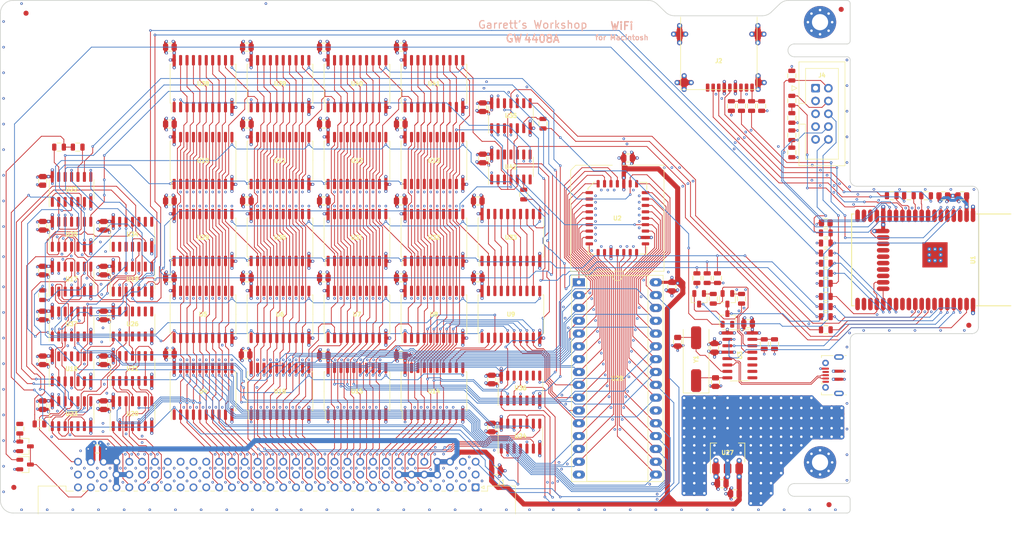
<source format=kicad_pcb>
(kicad_pcb (version 20211014) (generator pcbnew)

  (general
    (thickness 1.6)
  )

  (paper "A4")
  (layers
    (0 "F.Cu" signal)
    (1 "In1.Cu" power)
    (2 "In2.Cu" power)
    (31 "B.Cu" signal)
    (32 "B.Adhes" user "B.Adhesive")
    (33 "F.Adhes" user "F.Adhesive")
    (34 "B.Paste" user)
    (35 "F.Paste" user)
    (36 "B.SilkS" user "B.Silkscreen")
    (37 "F.SilkS" user "F.Silkscreen")
    (38 "B.Mask" user)
    (39 "F.Mask" user)
    (40 "Dwgs.User" user "User.Drawings")
    (41 "Cmts.User" user "User.Comments")
    (42 "Eco1.User" user "User.Eco1")
    (43 "Eco2.User" user "User.Eco2")
    (44 "Edge.Cuts" user)
    (45 "Margin" user)
    (46 "B.CrtYd" user "B.Courtyard")
    (47 "F.CrtYd" user "F.Courtyard")
    (48 "B.Fab" user)
    (49 "F.Fab" user)
  )

  (setup
    (pad_to_mask_clearance 0)
    (pcbplotparams
      (layerselection 0x00010fc_ffffffff)
      (disableapertmacros false)
      (usegerberextensions true)
      (usegerberattributes false)
      (usegerberadvancedattributes false)
      (creategerberjobfile false)
      (svguseinch false)
      (svgprecision 6)
      (excludeedgelayer true)
      (plotframeref false)
      (viasonmask false)
      (mode 1)
      (useauxorigin false)
      (hpglpennumber 1)
      (hpglpenspeed 20)
      (hpglpendiameter 15.000000)
      (dxfpolygonmode true)
      (dxfimperialunits true)
      (dxfusepcbnewfont true)
      (psnegative false)
      (psa4output false)
      (plotreference true)
      (plotvalue true)
      (plotinvisibletext false)
      (sketchpadsonfab false)
      (subtractmaskfromsilk true)
      (outputformat 1)
      (mirror false)
      (drillshape 0)
      (scaleselection 1)
      (outputdirectory "gerber/")
    )
  )

  (net 0 "")
  (net 1 "Net-(C1-Pad1)")
  (net 2 "GND")
  (net 3 "Net-(C2-Pad1)")
  (net 4 "unconnected-(J1-PadA1)")
  (net 5 "/MISOr")
  (net 6 "Net-(J2-Pad5)")
  (net 7 "+3V3")
  (net 8 "Net-(J2-Pad3)")
  (net 9 "Net-(J2-Pad2)")
  (net 10 "unconnected-(J1-PadA2)")
  (net 11 "/DETr")
  (net 12 "unconnected-(J1-PadA3)")
  (net 13 "unconnected-(J1-PadA4)")
  (net 14 "/ESP32/~{TRST}")
  (net 15 "/ESP32/TMS")
  (net 16 "Net-(J4-Pad4)")
  (net 17 "/ESP32/TDO")
  (net 18 "/ESP32/TDI")
  (net 19 "/ESP32/~{SRST}")
  (net 20 "Net-(Q1-Pad1)")
  (net 21 "/ESP32/RTS")
  (net 22 "/ESP32/EN")
  (net 23 "/ESP32/IO0")
  (net 24 "/ESP32/DTR")
  (net 25 "Net-(Q2-Pad1)")
  (net 26 "/MOSI")
  (net 27 "/S~{CS}")
  (net 28 "/SCK")
  (net 29 "/MISO")
  (net 30 "/DET")
  (net 31 "/BusControl/~{CLK}")
  (net 32 "/AddrLatch/~{AD}23")
  (net 33 "/BusControl/BDIR")
  (net 34 "/BusControl/ACK-2")
  (net 35 "/AddrLatch/ACLK")
  (net 36 "/ESP32/TCK")
  (net 37 "/ESP32/IO2")
  (net 38 "Net-(R18-Pad2)")
  (net 39 "/ROM/RD0")
  (net 40 "/ROM/RD1")
  (net 41 "/ROM/RD2")
  (net 42 "/ROM/RD3")
  (net 43 "/ROM/RD4")
  (net 44 "/ROM/RD5")
  (net 45 "/ROM/RD6")
  (net 46 "/ROM/RD7")
  (net 47 "+5V")
  (net 48 "/ESP32/DBG_RX")
  (net 49 "/ESP32/DBG_TX")
  (net 50 "/ESP32/D+")
  (net 51 "/ESP32/D-")
  (net 52 "/AddrLatch/~{AD}25")
  (net 53 "/AddrLatch/~{AD}27")
  (net 54 "/AddrLatch/~{AD}29")
  (net 55 "/AddrLatch/~{AD}31")
  (net 56 "/DataReg/Q31")
  (net 57 "unconnected-(J1-PadA24)")
  (net 58 "/BusControl/REG~{WE}")
  (net 59 "/AddrLatch/~{AD}4")
  (net 60 "/AddrLatch/~{AD}5")
  (net 61 "/AddrLatch/~{AD}6")
  (net 62 "/AddrLatch/~{AD}7")
  (net 63 "/DataReg/Q23")
  (net 64 "/AddrLatch/~{AD}0")
  (net 65 "/AddrLatch/~{AD}1")
  (net 66 "/AddrLatch/~{AD}2")
  (net 67 "/AddrLatch/~{AD}3")
  (net 68 "/AddrLatch/~{AD}11")
  (net 69 "/AddrLatch/~{AD}10")
  (net 70 "/AddrLatch/~{AD}9")
  (net 71 "/AddrLatch/~{AD}8")
  (net 72 "/DataReg/Q15")
  (net 73 "/AddrLatch/~{AD}15")
  (net 74 "/AddrLatch/~{AD}14")
  (net 75 "/AddrLatch/~{AD}13")
  (net 76 "/AddrLatch/~{AD}12")
  (net 77 "/AddrLatch/~{AD}20")
  (net 78 "/AddrLatch/~{AD}21")
  (net 79 "/DataReg/Q7")
  (net 80 "/AddrLatch/~{AD}16")
  (net 81 "/AddrLatch/~{AD}17")
  (net 82 "/AddrLatch/~{AD}18")
  (net 83 "/AddrLatch/~{AD}19")
  (net 84 "unconnected-(J1-PadA25)")
  (net 85 "unconnected-(J1-PadA30)")
  (net 86 "unconnected-(J1-PadA32)")
  (net 87 "unconnected-(J1-PadB1)")
  (net 88 "unconnected-(J1-PadB8)")
  (net 89 "unconnected-(J1-PadB9)")
  (net 90 "unconnected-(J1-PadB10)")
  (net 91 "unconnected-(J1-PadB11)")
  (net 92 "/BusControl/CLK")
  (net 93 "/BusControl/REG~{OE}")
  (net 94 "/BusControl/~{ACK}-2")
  (net 95 "/BusControl/ACK-1")
  (net 96 "/BusControl/~{ACK}-1")
  (net 97 "/BusControl/~{CSTART}")
  (net 98 "unconnected-(J1-PadB24)")
  (net 99 "/BusControl/ACK-0")
  (net 100 "/CtrlStatReg/~{RES}")
  (net 101 "Net-(U20-Pad3)")
  (net 102 "/BusControl/~{ID}2")
  (net 103 "/BusControl/~{ID}3")
  (net 104 "Net-(U20-Pad11)")
  (net 105 "/BusControl/~{ID}1")
  (net 106 "Net-(U20-Pad6)")
  (net 107 "Net-(U20-Pad8)")
  (net 108 "/BusControl/~{ID}0")
  (net 109 "/BusControl/~{CSEL}")
  (net 110 "/BusControl/~{START}ACK")
  (net 111 "/BusControl/~{START}")
  (net 112 "/BusControl/START")
  (net 113 "/BusControl/~{WE}")
  (net 114 "/BusControl/~{OE}")
  (net 115 "/DataReg/MISO")
  (net 116 "/BusControl/~{ACK}")
  (net 117 "/BusControl/LA19")
  (net 118 "/AddrLatch/~{TM}0")
  (net 119 "/AddrLatch/~{TM}1")
  (net 120 "unconnected-(J1-PadB25)")
  (net 121 "unconnected-(J1-PadB26)")
  (net 122 "unconnected-(J1-PadB27)")
  (net 123 "unconnected-(J1-PadB32)")
  (net 124 "unconnected-(J1-PadC2)")
  (net 125 "/AddrLatch/~{AD}22")
  (net 126 "/AddrLatch/~{AD}24")
  (net 127 "/AddrLatch/~{AD}26")
  (net 128 "/AddrLatch/~{AD}28")
  (net 129 "/AddrLatch/~{AD}30")
  (net 130 "unconnected-(J1-PadC23)")
  (net 131 "unconnected-(J1-PadC24)")
  (net 132 "unconnected-(J1-PadC25)")
  (net 133 "unconnected-(J2-Pad1)")
  (net 134 "unconnected-(J2-Pad8)")
  (net 135 "unconnected-(J3-Pad1)")
  (net 136 "unconnected-(J3-Pad4)")
  (net 137 "unconnected-(J4-Pad5)")
  (net 138 "unconnected-(J4-Pad7)")
  (net 139 "/DataReg/SCK")
  (net 140 "/DataReg/S~{OE}")
  (net 141 "/AddrLatch/L~{A}7")
  (net 142 "/AddrLatch/L~{A}6")
  (net 143 "/AddrLatch/L~{A}5")
  (net 144 "/AddrLatch/L~{A}4")
  (net 145 "/AddrLatch/L~{A}3")
  (net 146 "/AddrLatch/L~{A}2")
  (net 147 "/AddrLatch/L~{A}1")
  (net 148 "/AddrLatch/L~{A}0")
  (net 149 "/AddrLatch/L~{A}15")
  (net 150 "/AddrLatch/L~{A}14")
  (net 151 "/AddrLatch/L~{A}13")
  (net 152 "/AddrLatch/L~{A}12")
  (net 153 "/AddrLatch/L~{A}11")
  (net 154 "/AddrLatch/L~{A}10")
  (net 155 "/AddrLatch/L~{A}9")
  (net 156 "/AddrLatch/L~{A}8")
  (net 157 "/AddrLatch/L~{A}16")
  (net 158 "/AddrLatch/L~{A}17")
  (net 159 "/AddrLatch/L~{A}18")
  (net 160 "/AddrLatch/L~{A}19")
  (net 161 "/AddrLatch/L~{A}20")
  (net 162 "/AddrLatch/L~{A}21")
  (net 163 "/AddrLatch/L~{TM}1")
  (net 164 "/AddrLatch/L~{TM}0")
  (net 165 "unconnected-(U1-Pad7)")
  (net 166 "unconnected-(U1-Pad8)")
  (net 167 "unconnected-(U1-Pad17)")
  (net 168 "unconnected-(U1-Pad18)")
  (net 169 "unconnected-(U1-Pad19)")
  (net 170 "unconnected-(U1-Pad20)")
  (net 171 "unconnected-(U1-Pad21)")
  (net 172 "unconnected-(U1-Pad22)")
  (net 173 "unconnected-(U1-Pad27)")
  (net 174 "unconnected-(U1-Pad28)")
  (net 175 "unconnected-(U1-Pad32)")
  (net 176 "/BusControl/ROM~{WE}")
  (net 177 "/BusControl/~{CLK}r")
  (net 178 "Net-(Q4-Pad1)")
  (net 179 "/ESP32/IRQ")
  (net 180 "unconnected-(U3-Pad9)")
  (net 181 "Net-(Q3-Pad1)")
  (net 182 "/CtrlStatReg/ESP_~{EN}")
  (net 183 "unconnected-(U3-Pad10)")
  (net 184 "unconnected-(U3-Pad11)")
  (net 185 "/DataReg/Q33")
  (net 186 "/DataReg/Q34")
  (net 187 "/DataReg/Q35")
  (net 188 "/DataReg/Q36")
  (net 189 "/DataReg/Q37")
  (net 190 "/DataReg/Q38")
  (net 191 "/DataReg/Q39")
  (net 192 "/DataReg/Q32")
  (net 193 "/DataReg/Q30")
  (net 194 "/DataReg/Q29")
  (net 195 "/DataReg/Q28")
  (net 196 "/DataReg/Q27")
  (net 197 "/DataReg/Q26")
  (net 198 "/DataReg/Q25")
  (net 199 "/DataReg/Q17")
  (net 200 "/DataReg/Q18")
  (net 201 "/DataReg/Q19")
  (net 202 "/DataReg/Q20")
  (net 203 "/DataReg/Q21")
  (net 204 "/DataReg/Q22")
  (net 205 "/DataReg/Q24")
  (net 206 "/DataReg/Q16")
  (net 207 "/DataReg/Q14")
  (net 208 "/DataReg/Q13")
  (net 209 "/DataReg/Q12")
  (net 210 "/DataReg/Q11")
  (net 211 "/DataReg/Q10")
  (net 212 "/DataReg/Q9")
  (net 213 "/DataReg/Q1")
  (net 214 "/DataReg/Q2")
  (net 215 "/DataReg/Q3")
  (net 216 "/DataReg/Q4")
  (net 217 "/DataReg/Q5")
  (net 218 "/DataReg/Q6")
  (net 219 "/DataReg/Q8")
  (net 220 "/CtrlStatReg/~{RDREQ}N")
  (net 221 "/CtrlStatReg/~{WRREQ}N")
  (net 222 "unconnected-(U3-Pad12)")
  (net 223 "/BusControl/~{ACK}-0")
  (net 224 "/CtrlStatReg/~{NMRQ}")
  (net 225 "Net-(Q5-Pad1)")
  (net 226 "Net-(R31-Pad2)")
  (net 227 "Net-(R32-Pad2)")
  (net 228 "/CtrlStatReg/~{RDREQ}")
  (net 229 "Net-(U21-Pad10)")
  (net 230 "Net-(U23-Pad9)")
  (net 231 "/CtrlStatReg/WRREQ")
  (net 232 "/CtrlStatReg/~{WRREQ}")
  (net 233 "/CtrlStatReg/WR~{IE}")
  (net 234 "/DataReg/L~{OE}")
  (net 235 "/CtrlStatReg/RD~{IE}")
  (net 236 "Net-(U21-Pad6)")
  (net 237 "unconnected-(U18-Pad8)")
  (net 238 "unconnected-(U18-Pad9)")
  (net 239 "unconnected-(U18-Pad10)")
  (net 240 "unconnected-(U18-Pad11)")
  (net 241 "unconnected-(U18-Pad12)")
  (net 242 "Net-(U19-Pad1)")
  (net 243 "unconnected-(U18-Pad13)")
  (net 244 "Net-(R9-Pad1)")
  (net 245 "Net-(R9-Pad2)")
  (net 246 "unconnected-(U19-Pad9)")
  (net 247 "/DataReg/MOSI")
  (net 248 "/CtrlStatReg/RDCLK")
  (net 249 "/CtrlStatReg/WRCLK")
  (net 250 "/DataReg/RQ0")
  (net 251 "/DataReg/RQ1")
  (net 252 "/DataReg/RQ2")
  (net 253 "/DataReg/RQ3")
  (net 254 "/DataReg/RQ4")
  (net 255 "/DataReg/RQ5")
  (net 256 "/DataReg/RQ6")
  (net 257 "/DataReg/RQ7")
  (net 258 "/DataReg/RQ15")
  (net 259 "/DataReg/RQ14")
  (net 260 "/DataReg/RQ13")
  (net 261 "/DataReg/RQ12")
  (net 262 "/DataReg/RQ11")
  (net 263 "/DataReg/RQ10")
  (net 264 "/DataReg/RQ9")
  (net 265 "/DataReg/RQ8")
  (net 266 "/DataReg/RQ16")
  (net 267 "/DataReg/RQ17")
  (net 268 "/DataReg/RQ18")
  (net 269 "/DataReg/RQ19")
  (net 270 "/DataReg/RQ20")
  (net 271 "/DataReg/RQ21")
  (net 272 "/DataReg/RQ22")
  (net 273 "/DataReg/RQ23")
  (net 274 "/DataReg/RQ31")
  (net 275 "/DataReg/RQ30")
  (net 276 "/DataReg/RQ29")
  (net 277 "/DataReg/RQ28")
  (net 278 "/DataReg/RQ27")
  (net 279 "/DataReg/RQ26")
  (net 280 "/DataReg/RQ25")
  (net 281 "/DataReg/RQ24")
  (net 282 "Net-(U29-Pad2)")
  (net 283 "Net-(U33-Pad12)")
  (net 284 "Net-(U38-Pad2)")
  (net 285 "Net-(U38-Pad11)")
  (net 286 "Net-(R25-Pad1)")
  (net 287 "Net-(R26-Pad1)")
  (net 288 "Net-(R33-Pad1)")
  (net 289 "unconnected-(U35-Pad9)")
  (net 290 "unconnected-(U36-Pad5)")
  (net 291 "unconnected-(U36-Pad9)")
  (net 292 "unconnected-(U37-Pad6)")
  (net 293 "unconnected-(U37-Pad8)")

  (footprint "stdpads:SOIC-14_3.9mm" (layer "F.Cu") (at 82.55 108.585))

  (footprint "Connector_IDC:IDC-Header_2x05_P2.54mm_Vertical" (layer "F.Cu") (at 229.87 52.959))

  (footprint "stdpads:ESP32-WROVER_WROOM-32_WROVER" (layer "F.Cu") (at 255.778 86.995 180))

  (footprint "stdpads:R_0805" (layer "F.Cu") (at 225.171 62.296 90))

  (footprint "stdpads:R_0805" (layer "F.Cu") (at 231.9 81.65))

  (footprint "stdpads:R_0805" (layer "F.Cu") (at 231.9 100.85 180))

  (footprint "stdpads:C_0805" (layer "F.Cu") (at 166.585 128.778))

  (footprint "stdpads:R_0805" (layer "F.Cu") (at 83.759 64.643))

  (footprint "stdpads:DIN41612_R_3x32_Male_Horizontal_THT" (layer "F.Cu") (at 162.56 132.08 180))

  (footprint "Package_DIP:DIP-32_W15.24mm_Socket_LongPads" (layer "F.Cu") (at 183.007 91.44))

  (footprint "stdpads:C_0805" (layer "F.Cu") (at 76.835 98.005 -90))

  (footprint "stdpads:C_0805" (layer "F.Cu") (at 76.835 89.115 -90))

  (footprint "stdpads:C_0805" (layer "F.Cu") (at 147.74 44.831 180))

  (footprint "stdpads:SOIC-20W_7.5mm" (layer "F.Cu") (at 123.825 113.03))

  (footprint "stdpads:C_0805" (layer "F.Cu") (at 162.98 90.551 180))

  (footprint "stdpads:C_0805" (layer "F.Cu") (at 162.98 75.311 180))

  (footprint "stdpads:SOIC-20W_7.5mm" (layer "F.Cu") (at 108.585 82.55))

  (footprint "stdpads:SOIC-20W_7.5mm" (layer "F.Cu") (at 108.585 113.03))

  (footprint "stdpads:SOIC-20W_7.5mm" (layer "F.Cu") (at 169.545 82.55))

  (footprint "stdpads:R_0805" (layer "F.Cu") (at 231.9 98.25 180))

  (footprint "stdpads:SOIC-14_3.9mm" (layer "F.Cu") (at 82.55 117.475))

  (footprint "stdpads:MountingHole_3.2mm_M3_Pad_Via" (layer "F.Cu") (at 230.759 127.127))

  (footprint "stdpads:SOIC-14_3.9mm" (layer "F.Cu") (at 169.545 58.42))

  (footprint "stdpads:C_0805" (layer "F.Cu") (at 163.957 66.89 -90))

  (footprint "stdpads:SOIC-14_3.9mm" (layer "F.Cu") (at 169.545 68.58))

  (footprint "stdpads:SOIC-20W_7.5mm" (layer "F.Cu") (at 154.305 113.03))

  (footprint "stdpads:C_0805" (layer "F.Cu") (at 163.957 56.73 -90))

  (footprint "stdpads:C_0805" (layer "F.Cu") (at 192.747 66.802))

  (footprint "stdpads:C_0805" (layer "F.Cu") (at 87.63 124.46 180))

  (footprint "stdpads:SOIC-20W_7.5mm" (layer "F.Cu")
    (tedit 5FDA0195) (tstamp 00000000-0000-0000-0000-000061a77743)
    (at 139.065 67.31)
    (descr "SOIC, 20 Pin (JEDEC MS-013AC, https://www.analog.com/media/en/package-pcb-resources/package/233848rw_20.pdf), generated with kicad-footprint-generator ipc_gullwing_generator.py")
    (tags "SOIC SO")
    (property "LCSC Part" "C6097")
    (property "Sheetfile" "DataReg.kicad_sch")
    (property "Sheetname" "DataReg")
    (path "/00000000-0000-0000-0000-000061c6168c/00000000-0000-0000-0000-000061e4a2e3")
    (solder_mask_margin 0.05)
    (solder_paste_margin -0.025)
    (attr smd)
    (fp_text reference "U12" (at 0 0 180) (layer "F.Fab")
      (effects (font (size 0.8128 0.8128) (thickness 0.2032)))
      (tstamp f0f06ae3-1e13-44be-bb4c-cd708e56fb43)
    )
    (fp_text value "74LVC574AD" (at 0 1.27 180) (layer "F.Fab")
      (effects (font (size 0.8128 0.8128) (thickness 0.2032)))
      (tstamp 502a5913-ee24-401f-9f1a-9d3a372ca6ac)
    )
    (fp_text user "${REFERENCE}" (at 0 0 180) (layer "F.SilkS")
      (effects (font (size 0.8128 0.8128) (thickness 0.2032)))
      (tstamp da72a49f-1d98-4ec6-a8da-2d113d494eac)
    )
    (fp_line (start 6.51 0) (end 6.51 3.86) (layer "F.SilkS") (width 0.12) (tstamp 0471630c-6e2d-4993-a721-ad6b31523ea6))
    (fp_line (start 6.51 -3.86) (end 6.275 -3.86) (layer "F.SilkS") (width 0.12) (tstamp 1b39aee1-14bb-4f57-949c-af5946eea388))
    (fp_line (start -6.51 3.86) (end -6.275 3.86) (layer "F.SilkS") (width 0.12) (tstamp 3f337261-bd0b-4a3c-af5d-41e4f20b8d2b))
    (fp_line (start -6.275 3.86) (end -6.275 5.675) (layer "F.SilkS") (width 0.12) (tstamp 89b4a707-c1ed-4546-9194-77a5268f4f37))
    (fp_line (start -6.51 0) (end -6.51 -3.86) (layer "F.SilkS") (width 0.12) (tstamp bfdd06e2-88b3-46c3-90e9-61feb9373e52))
    (fp_line (start 6.51 3.86) (end 6.275 3.86) (layer "F.SilkS") (width 0.12) (tstamp c28a02b8-543d-4b71-94f5-b4f7fb82f2a4))
    (fp_line (start 6.51 0) (end 6.51 -3.86) (layer "F.SilkS") (width 0.12) (tstamp cbe5ee8f-62c2-4029-9056-b2f9e38d44f7))
    (fp_line (start -6.51 -3.86) (end -6.275 -3.86) (layer "F.SilkS") (width 0.12) (tstamp e55179bd-83e9-4012-8409-5f9273ff012b))
    (fp_line (start -6.51 0) (end -6.51 3.86) (layer "F.SilkS") (width 0.12) (tstamp e5d566b5-604a-4348-bb23-43d85bcaf394))
    (fp_line (start -6.65 -5.93) (end -6.65 5.93) (layer "F.CrtYd") (width 0.05) (tstamp 73a6877f-e142-4c8a-9931-2019ad27bde0))
    (fp_line (start -6.65 5.93) (end 6.65 5.93) (layer "F.CrtYd") (width 0.05) (tstamp 89c5080f-2ff3-46dd-9810-2d1cc5f0678f))
    (fp_line (start 6.65 5.93) (end 6.65 -5.93) (layer "F.CrtYd") (width 0.05) (tstamp a0f7b4f1-b832-4e8c-a8da-e907a365d7c9))
    (fp_line (start 6.65 -5.93) (end -6.65 -5.93) (layer "F.CrtYd") (width 0.05) (tstamp d462d3d3-f72d-4da5-ba63-9581787e3cbc))
    (fp_line (start 6.4 3.75) (end -5.4 3.75) (layer "F.Fab") (width 0.1) (tstamp 5c99a6ab-e247-47b9-aa50-cb98a25ea96f))
    (fp_line (start -6.4 2.75) (end -6.4 -3.75) (layer "F.Fab") (width 0.1) (tstamp 6eb210e6-2a55-4bbe-b437-8097f6ba8718))
    (fp_line (start -6.4 -3.75) (end 6.4 -3.75) (layer "F.Fab") (width 0.1) (tstamp 70335fd6-e8f4-4775-9886-57d960327617))
    (fp_line (start 6.4 -3.75) (end 6.4 3.75) (layer "F.Fab") (width 0.1) (tstamp 89a0ce78-20ea-4c37-a2a1-821844b77b5d))
    (fp_line (start -5.4 3.75) (end -6.4 2.75) (layer "F.Fab") (width 0.1) (tstamp a6891bb5-a357-4c05-8e0e-ce8ff96bc5b7))
    (pad "1" smd roundrect locked (at -5.715 4.65 90) (size 2.05 0.6) (layers "F.Cu" "F.Paste" "F.Mask") (roundrect_rratio 0.25)
      (net 93 "/BusControl/REG~{OE}") (pinfunction "~{OE}") (pintype "input") (tstamp f0cd2f6a-13e3-4422-92eb-7464963ad5dd))
    (pad "2" smd roundrect locked (at -4.445 4.65 90) (size 2.05 0.6) (layers "F.Cu" "F.Paste" "F.Mask") (roundrect_rratio 0.25)
      (net 266 "/DataReg/RQ16") (pinfunction "D0") (pintype "input") (tstamp a33d6ff6-9fb4-476d-9789-fc72d0c496e1))
    (pad "3" smd roundrect locked (at -3.175 4.65 90) (size 2.05 0.6) (layers "F.Cu" "F.Paste" "F.Mask") (roundrect_rratio 0.25)
      (net 267 "/DataReg/RQ17") (pinfunction "D1") (pintype "input") (tstamp ceff1def-bbe1-4512-a6d7-f3869f052039))
    (pad "4" smd roundrect locked (at -1.905 4.65 90) (size 2.05 0.6) (layers "F.Cu" "F.Paste" "F.Mask") (roundrect_rratio 0.25)
      (net 268 "/DataReg/RQ18") (pinfunction "D2") (pintype "input") (tstamp ddc711b2-fdb3-4db6-9651-a915652253ea))
    (pad "5" smd roundrect locked (at -0.635 4.65 90) (size 2.05 0.6) (layers "F.Cu" "F.Paste" "F.Mask") (roundrect_rratio 0.25)
      (net 269 "/DataReg/RQ19") (pinfunction "D3") (pintype "input") (tstamp cb813e4c-244c-4fbf-8ac1-5fe6dbc85f33))
    (pad "6" smd roundrect locked (at 0.635 4.65 90) (size 2.05 0.6) (layers "F.Cu" "F.Paste" "F.Mask") (roundrect_rratio 0.25)
      (net 270 "/DataReg/RQ20") (pinfunction "D4") (pintype "input") (tstamp d51356de-7a08-4f61-8d59-ec2de526438e))
    (pad "7" smd roundrect locked (at 1.905 4.65 90) (size 2.05 0.6) (layers "F.Cu" "F.Paste" "F.Mask") (roundrect_rratio 0.25)
      (net 271 "/DataReg/RQ21") (pinfunction "D5") (pintype "input") (tstamp bff0b23a-b0e0-4363-ad23-b074efcfade9))
    (pad "8" smd roundrect locked (at 3.175 4.65 90) (size 2.05 0.6) (layers "F.Cu" "F.Paste" "F.Mask") (roundrect_rratio 0.25)
      (net 272 "/DataReg/RQ22") (pinfunction "D6") (pintype "input") (tstamp e11d4797-7f79-4589-891b-4c7e75e93830))
    (pad "9" smd roundrect locked (at 4.445 4.65 90) (size 2.05 0.6) (layers "F.Cu" "F.Paste" "F.Mask") (roundrect_rratio 0.25)
      (net 273 "/DataReg/RQ23") (pinfunction "D7") (pintype "input") (tstamp 44d5e0e6-a159-42fd-a0ab-fbb431995d1f))
    (pad "10" smd roundrect locked (at 5.715 4.65 90) (size 2.05 0.6) (layers "F.Cu" "F.Paste" "F.Mask") (roundrect_rratio 0.25)
      (net 2 "GND") (pinfunction "GND") (pintype "power_in") (tstamp 296b25c7-a2d7-4fad-9b50-9dafe3638219))
    (pad "11" smd roundrect locked (at 5.715 -4.65 90) (size 2.05 0.6) (layers "F.Cu" "F.Paste" "F.Mask") (roundrect_rratio 0.25)
      (net 248 "/CtrlStatReg/RDCLK") (pinfunction "CK") (pintype "input") (tstamp 25bf2f4f-f68e-4667-add2-543777a27bc7))
    (pad "12" smd roundrect locked (at 4.445 -4.65 90) (size 2.05 0.6) (layers "F.Cu" "F.Paste" "F.Mask") (roundrect_rratio 0.25)
      (net 71 "/AddrLatch/~{AD}8") (pinfunction "Q7") (pintype "tri_state") (tstamp ed22c653-fec6-4172-a7f0-40c3c4feddc0))
    (pad "13" smd roundrect locked (at 3.175 -4.65 90) (size 2.05 0.6) (layers "F.Cu" "F.Paste" "F.Mask") (roundrect_rratio 0.25)
      (net 70 "/AddrLatch/~{AD}9") (pinfunction "Q6") (pintype "tri_state") (tstamp 34c42ce1-4daa-44ed-9b0d-116fcfc2d0d8))
    (pad "14" smd roundrect locked (at 1.905 -4.65 90) (size 2.05 0.6) (layers "F.Cu" "F.Paste" "F.Mask") (roundrect_rratio 0.25)
      (net 69 "/AddrLatch/~{AD}10") (pinfunction "Q5") (pintype "tri_state") (tstamp ca0485b5-da63-4462-815b-2b1cbe40f6b6))
    (pad "15" smd roundrect locked (at 0.635 -4.65 90) (size 2.05 0.6) (layers "F.Cu" "F.Paste" "F.Mask") (roundrect_rratio 0.25)
      (net 68 "/AddrLatch/~{AD}11") (pinfunction "Q4") (pintype "tri_state") (tstamp 39dd64e4-af0d-4c99-bae8-be8cc86b1cb4))
    (pad "16" smd roundrect locked (at -0.635 -4.65 90) (size 2.05 0.6) (layers "F.Cu" "F.Paste" "F.Mask") (roundrect_rratio 0.25)
      (net 76 "/AddrLatch/~{AD}12") (pinfunction "Q3") (pintype "tri_state") (tstamp 8520d116-3cd8-47fc-8007-e4ded6b6d0ac))
    (pad "17" smd roundrect locked (at -1.905 -4.65 90) (size 2.05 0.6) (layers "F.Cu" "F.Paste" "F.Mask") (roundrect_rratio 0.25)
      (net 75 "/AddrLatch/~{AD}13") (pinfunction 
... [1231971 chars truncated]
</source>
